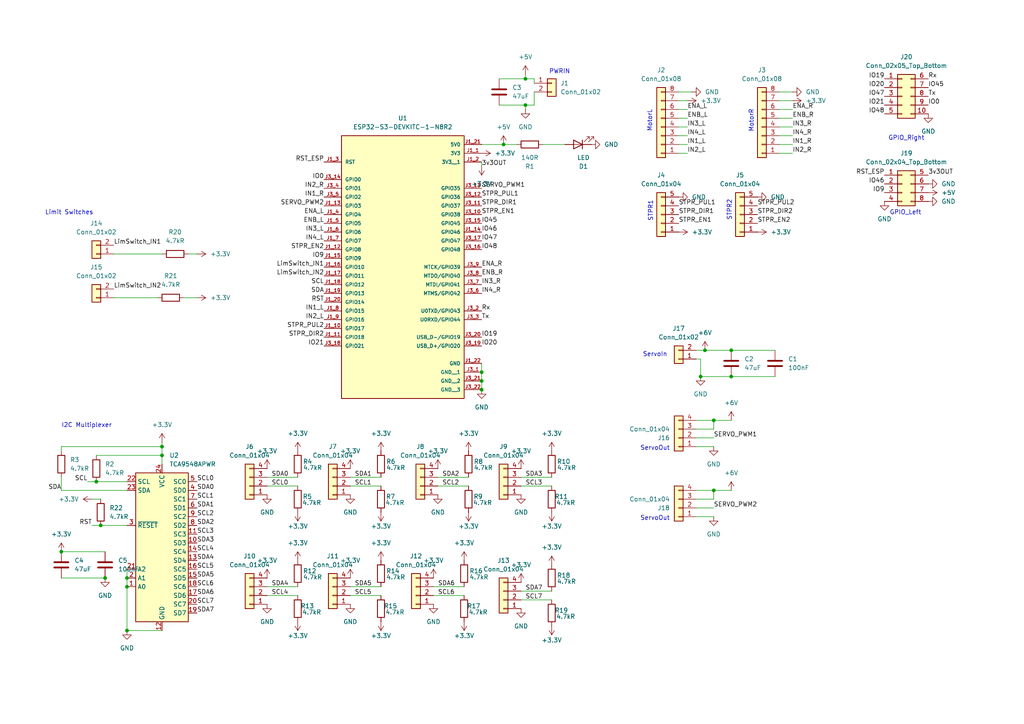
<source format=kicad_sch>
(kicad_sch (version 20250114) (generator "eeschema") (generator_version "9.0")
  (paper "A4")
  (title_block (title "Capybara Rover Controller") (date "2025-04-21") (rev "2") (company "Imperial Planetary Roboics Lab"))
  (text "I2C Multiplexer\n" (at 25.146 123.444 0) (effects (font (size 1.27 1.27))))
  (text "MotorL\n" (at 188.468 35.052 90) (effects (font (size 1.27 1.27))))
  (text "STPR1" (at 188.722 61.214 90) (effects (font (size 1.27 1.27))))
  (text "ServoOut\n" (at 189.992 130.048 0) (effects (font (size 1.27 1.27))))
  (text "PWRIN" (at 162.306 20.828 0) (effects (font (size 1.27 1.27))))
  (text "GPIO_Left" (at 262.636 61.722 0) (effects (font (size 1.27 1.27))))
  (text "GPIO_Right" (at 262.89 40.132 0) (effects (font (size 1.27 1.27))))
  (text "STPR2\n" (at 211.582 60.96 90) (effects (font (size 1.27 1.27))))
  (text "ServoOut\n" (at 189.992 150.368 0) (effects (font (size 1.27 1.27))))
  (text "Limit Switches" (at 20.066 61.722 0) (effects (font (size 1.27 1.27))))
  (text "MotorR\n" (at 217.932 35.052 90) (effects (font (size 1.27 1.27))))
  (text "ServoIn\n" (at 189.992 102.87 0) (effects (font (size 1.27 1.27))))
  (junction (at 30.48 167.64))
  (junction (at 207.01 142.24))
  (junction (at 203.2 109.22))
  (junction (at 152.4 22.86))
  (junction (at 212.09 109.22))
  (junction (at 46.99 129.54))
  (junction (at 139.7 113.03))
  (junction (at 36.83 167.64))
  (junction (at 17.78 160.02))
  (junction (at 139.7 110.49))
  (junction (at 152.4 30.48))
  (junction (at 139.7 107.95))
  (junction (at 46.99 132.08))
  (junction (at 29.21 152.4))
  (junction (at 204.47 101.6))
  (junction (at 36.83 170.18))
  (junction (at 207.01 121.92))
  (junction (at 36.83 182.88))
  (junction (at 27.94 139.7))
  (junction (at 146.05 41.91))
  (junction (at 212.09 101.6))
  (wire (pts (xy 207.01 144.78) (xy 201.93 144.78)))
  (wire (pts (xy 199.39 39.37) (xy 196.85 39.37)))
  (wire (pts (xy 199.39 41.91) (xy 196.85 41.91)))
  (wire (pts (xy 77.47 170.18) (xy 86.36 170.18)))
  (wire (pts (xy 207.01 142.24) (xy 207.01 144.78)))
  (wire (pts (xy 144.78 22.86) (xy 152.4 22.86)))
  (wire (pts (xy 46.99 134.62) (xy 46.99 132.08)))
  (wire (pts (xy 207.01 124.46) (xy 201.93 124.46)))
  (wire (pts (xy 207.01 149.86) (xy 201.93 149.86)))
  (wire (pts (xy 101.6 170.18) (xy 110.49 170.18)))
  (wire (pts (xy 203.2 109.22) (xy 203.2 104.14)))
  (wire (pts (xy 207.01 142.24) (xy 201.93 142.24)))
  (wire (pts (xy 199.39 34.29) (xy 196.85 34.29)))
  (wire (pts (xy 17.78 130.81) (xy 17.78 129.54)))
  (wire (pts (xy 29.21 152.4) (xy 36.83 152.4)))
  (wire (pts (xy 226.06 41.91) (xy 229.87 41.91)))
  (wire (pts (xy 154.94 22.86) (xy 152.4 22.86)))
  (wire (pts (xy 196.85 26.67) (xy 200.66 26.67)))
  (wire (pts (xy 203.2 109.22) (xy 212.09 109.22)))
  (wire (pts (xy 212.09 101.6) (xy 224.79 101.6)))
  (wire (pts (xy 25.4 139.7) (xy 27.94 139.7)))
  (wire (pts (xy 207.01 121.92) (xy 207.01 124.46)))
  (wire (pts (xy 101.6 138.43) (xy 110.49 138.43)))
  (wire (pts (xy 36.83 165.1) (xy 36.83 167.64)))
  (wire (pts (xy 127 140.97) (xy 135.89 140.97)))
  (wire (pts (xy 54.61 73.66) (xy 57.15 73.66)))
  (wire (pts (xy 46.99 129.54) (xy 46.99 128.27)))
  (wire (pts (xy 46.99 132.08) (xy 46.99 129.54)))
  (wire (pts (xy 226.06 29.21) (xy 229.87 29.21)))
  (wire (pts (xy 101.6 172.72) (xy 110.49 172.72)))
  (wire (pts (xy 152.4 31.75) (xy 152.4 30.48)))
  (wire (pts (xy 152.4 21.59) (xy 152.4 22.86)))
  (wire (pts (xy 45.72 86.36) (xy 33.02 86.36)))
  (wire (pts (xy 203.2 104.14) (xy 201.93 104.14)))
  (wire (pts (xy 17.78 129.54) (xy 46.99 129.54)))
  (wire (pts (xy 36.83 182.88) (xy 46.99 182.88)))
  (wire (pts (xy 101.6 140.97) (xy 110.49 140.97)))
  (wire (pts (xy 212.09 121.92) (xy 207.01 121.92)))
  (wire (pts (xy 46.99 73.66) (xy 33.02 73.66)))
  (wire (pts (xy 139.7 110.49) (xy 139.7 113.03)))
  (wire (pts (xy 151.13 138.43) (xy 160.02 138.43)))
  (wire (pts (xy 17.78 160.02) (xy 30.48 160.02)))
  (wire (pts (xy 17.78 167.64) (xy 30.48 167.64)))
  (wire (pts (xy 26.67 144.78) (xy 29.21 144.78)))
  (wire (pts (xy 77.47 172.72) (xy 86.36 172.72)))
  (wire (pts (xy 226.06 44.45) (xy 229.87 44.45)))
  (wire (pts (xy 27.94 132.08) (xy 46.99 132.08)))
  (wire (pts (xy 27.94 139.7) (xy 36.83 139.7)))
  (wire (pts (xy 226.06 31.75) (xy 229.87 31.75)))
  (wire (pts (xy 144.78 30.48) (xy 152.4 30.48)))
  (wire (pts (xy 201.93 101.6) (xy 204.47 101.6)))
  (wire (pts (xy 207.01 127) (xy 201.93 127)))
  (wire (pts (xy 125.73 172.72) (xy 134.62 172.72)))
  (wire (pts (xy 154.94 22.86) (xy 154.94 24.13)))
  (wire (pts (xy 151.13 140.97) (xy 160.02 140.97)))
  (wire (pts (xy 77.47 138.43) (xy 86.36 138.43)))
  (wire (pts (xy 154.94 30.48) (xy 154.94 26.67)))
  (wire (pts (xy 226.06 39.37) (xy 229.87 39.37)))
  (wire (pts (xy 196.85 29.21) (xy 199.39 29.21)))
  (wire (pts (xy 17.78 138.43) (xy 17.78 142.24)))
  (wire (pts (xy 139.7 48.26) (xy 139.7 46.99)))
  (wire (pts (xy 199.39 31.75) (xy 196.85 31.75)))
  (wire (pts (xy 139.7 107.95) (xy 139.7 110.49)))
  (wire (pts (xy 36.83 170.18) (xy 36.83 167.64)))
  (wire (pts (xy 139.7 105.41) (xy 139.7 107.95)))
  (wire (pts (xy 53.34 86.36) (xy 57.15 86.36)))
  (wire (pts (xy 207.01 147.32) (xy 201.93 147.32)))
  (wire (pts (xy 212.09 142.24) (xy 207.01 142.24)))
  (wire (pts (xy 127 138.43) (xy 135.89 138.43)))
  (wire (pts (xy 125.73 170.18) (xy 134.62 170.18)))
  (wire (pts (xy 199.39 36.83) (xy 196.85 36.83)))
  (wire (pts (xy 26.67 152.4) (xy 29.21 152.4)))
  (wire (pts (xy 17.78 142.24) (xy 36.83 142.24)))
  (wire (pts (xy 207.01 121.92) (xy 201.93 121.92)))
  (wire (pts (xy 149.86 41.91) (xy 146.05 41.91)))
  (wire (pts (xy 212.09 109.22) (xy 224.79 109.22)))
  (wire (pts (xy 154.94 30.48) (xy 152.4 30.48)))
  (wire (pts (xy 151.13 173.99) (xy 160.02 173.99)))
  (wire (pts (xy 207.01 129.54) (xy 201.93 129.54)))
  (wire (pts (xy 226.06 34.29) (xy 229.87 34.29)))
  (wire (pts (xy 77.47 140.97) (xy 86.36 140.97)))
  (wire (pts (xy 163.83 41.91) (xy 157.48 41.91)))
  (wire (pts (xy 204.47 101.6) (xy 212.09 101.6)))
  (wire (pts (xy 199.39 44.45) (xy 196.85 44.45)))
  (wire (pts (xy 226.06 36.83) (xy 229.87 36.83)))
  (wire (pts (xy 226.06 26.67) (xy 229.87 26.67)))
  (wire (pts (xy 151.13 171.45) (xy 160.02 171.45)))
  (wire (pts (xy 36.83 182.88) (xy 36.83 170.18)))
  (wire (pts (xy 139.7 41.91) (xy 146.05 41.91)))
  (label "SCL5" (at 57.15 165.1 0))
  (label "SDA6" (at 127 170.18 0))
  (label "3v3OUT" (at 139.7 48.26 0))
  (label "IN4_L" (at 199.39 39.37 0))
  (label "IN2_L" (at 199.39 44.45 0))
  (label "IN3_R" (at 229.87 36.83 0))
  (label "STPR_EN1" (at 139.7 62.23 0))
  (label "SDA7" (at 152.4 171.45 0))
  (label "SCL" (at 25.4 139.7 180))
  (label "IO45" (at 139.7 64.77 0))
  (label "IO19" (at 256.54 22.86 180))
  (label "SCL4" (at 57.15 160.02 0))
  (label "SDA0" (at 57.15 142.24 0))
  (label "SCL2" (at 57.15 149.86 0))
  (label "STPR_EN1" (at 196.85 64.77 0))
  (label "IO46" (at 256.54 53.34 180))
  (label "IN2_L" (at 93.98 92.71 180))
  (label "SCL2" (at 128.27 140.97 0))
  (label "ENB_L" (at 199.39 34.29 0))
  (label "IN1_R" (at 229.87 41.91 0))
  (label "RST_ESP" (at 256.54 50.8 180))
  (label "SERVO_PWM2" (at 207.01 147.32 0))
  (label "LimSwitch_IN2" (at 33.02 83.82 0))
  (label "STPR_DIR1" (at 196.85 62.23 0))
  (label "IN1_L" (at 93.98 90.17 180))
  (label "SERVO_PWM1" (at 139.7 54.61 0))
  (label "Rx" (at 269.24 22.86 0))
  (label "SDA1" (at 57.15 147.32 0))
  (label "IN1_L" (at 199.39 41.91 0))
  (label "IN2_R" (at 229.87 44.45 0))
  (label "IO45" (at 269.24 25.4 0))
  (label "SCL3" (at 152.4 140.97 0))
  (label "SCL6" (at 57.15 170.18 0))
  (label "SDA" (at 17.78 142.24 180))
  (label "STPR_EN2" (at 219.71 64.77 0))
  (label "SCL0" (at 78.74 140.97 0))
  (label "IN3_L" (at 199.39 36.83 0))
  (label "IO0" (at 93.98 52.07 180))
  (label "SCL4" (at 78.74 172.72 0))
  (label "ENA_L" (at 93.98 62.23 180))
  (label "SDA2" (at 128.27 138.43 0))
  (label "IO47" (at 256.54 27.94 180))
  (label "LimSwitch_IN1" (at 93.98 77.47 180))
  (label "SCL1" (at 57.15 144.78 0))
  (label "IO21" (at 93.98 100.33 180))
  (label "ENA_R" (at 229.87 31.75 0))
  (label "SCL5" (at 102.87 172.72 0))
  (label "ENA_L" (at 199.39 31.75 0))
  (label "SERVO_PWM2" (at 93.98 59.69 180))
  (label "RST" (at 26.67 152.4 180))
  (label "SDA3" (at 152.4 138.43 0))
  (label "ENB_R" (at 229.87 34.29 0))
  (label "ENA_R" (at 139.7 77.47 0))
  (label "IO20" (at 256.54 25.4 180))
  (label "IO48" (at 256.54 33.02 180))
  (label "SCL0" (at 57.15 139.7 0))
  (label "RST_ESP" (at 93.98 46.99 180))
  (label "IN4_R" (at 139.7 85.09 0))
  (label "SDA0" (at 78.74 138.43 0))
  (label "SERVO_PWM1" (at 207.01 127 0))
  (label "SCL3" (at 57.15 154.94 0))
  (label "STPR_PUL2" (at 93.98 95.25 180))
  (label "IN3_R" (at 139.7 82.55 0))
  (label "IO21" (at 256.54 30.48 180))
  (label "3v3OUT" (at 269.24 50.8 0))
  (label "IN4_R" (at 229.87 39.37 0))
  (label "IO20" (at 139.7 100.33 0))
  (label "STPR_DIR2" (at 219.71 62.23 0))
  (label "SCL" (at 93.98 82.55 180))
  (label "STPR_EN2" (at 93.98 72.39 180))
  (label "Tx" (at 139.7 92.71 0))
  (label "IO9" (at 256.54 55.88 180))
  (label "STPR_DIR1" (at 139.7 59.69 0))
  (label "RST" (at 93.98 87.63 180))
  (label "IO19" (at 139.7 97.79 0))
  (label "SDA5" (at 57.15 167.64 0))
  (label "LimSwitch_IN1" (at 33.02 71.12 0))
  (label "SDA3" (at 57.15 157.48 0))
  (label "IN2_R" (at 93.98 54.61 180))
  (label "IO46" (at 139.7 67.31 0))
  (label "STPR_PUL1" (at 196.85 59.69 0))
  (label "IN1_R" (at 93.98 57.15 180))
  (label "SDA" (at 93.98 85.09 180))
  (label "LimSwitch_IN2" (at 93.98 80.01 180))
  (label "SDA2" (at 57.15 152.4 0))
  (label "SDA1" (at 102.87 138.43 0))
  (label "IO0" (at 269.24 30.48 0))
  (label "ENB_R" (at 139.7 80.01 0))
  (label "SDA5" (at 102.87 170.18 0))
  (label "STPR_PUL1" (at 139.7 57.15 0))
  (label "SDA4" (at 78.74 170.18 0))
  (label "SCL6" (at 127 172.72 0))
  (label "Rx" (at 139.7 90.17 0))
  (label "IO47" (at 139.7 69.85 0))
  (label "IO9" (at 93.98 74.93 180))
  (label "STPR_PUL2" (at 219.71 59.69 0))
  (label "IN4_L" (at 93.98 69.85 180))
  (label "STPR_DIR2" (at 93.98 97.79 180))
  (label "Tx" (at 269.24 27.94 0))
  (label "SDA4" (at 57.15 162.56 0))
  (label "SDA6" (at 57.15 172.72 0))
  (label "SCL7" (at 57.15 175.26 0))
  (label "SCL7" (at 152.4 173.99 0))
  (label "SDA7" (at 57.15 177.8 0))
  (label "IN3_L" (at 93.98 67.31 180))
  (label "ENB_L" (at 93.98 64.77 180))
  (label "IO48" (at 139.7 72.39 0))
  (label "SCL1" (at 102.87 140.97 0))
  (symbol (lib_id "Connector_Generic:Conn_01x05") (at 191.77 62.23 180) (unit 1)
    (property "Reference" "J4" (at 191.77 50.8 0))
    (property "Value" "Conn_01x04" (at 191.77 53.34 0))
    (property "Footprint" "Connector_JST:JST_PH_B5B-PH-K_1x05_P2.00mm_Vertical" (effects (hide yes)))
    (property "Description" "Generic connector, single row, 01x05, script generated (kicad-library-utils/schlib/autogen/connector/)" (effects (hide yes)))
  )
  (symbol (lib_id "Connector_Generic:Conn_01x02") (at 196.85 104.14 180) (unit 1)
    (property "Reference" "J17" (at 196.85 95.25 0))
    (property "Value" "Conn_01x02" (at 196.85 97.79 0))
    (property "Footprint" "TerminalBlock_WAGO:TerminalBlock_WAGO_233-502_2x02_P2.54mm" (effects (hide yes)))
    (property "Description" "Generic connector, single row, 01x02, script generated (kicad-library-utils/schlib/autogen/connector/)" (effects (hide yes)))
  )
  (symbol (lib_id "power:GND") (at 36.83 182.88 0) (unit 1)
    (property "Reference" "#PWR023" (effects (hide yes)))
    (property "Value" "GND" (at 36.83 187.96 0))
    (property "Description" "Power symbol creates a global label with name \"GND\" , ground" (effects (hide yes)))
  )
  (symbol (lib_id "Device:C") (at 212.09 105.41 180) (unit 1)
    (property "Reference" "C2" (at 215.9 104.1399 0) (effects (justify right)))
    (property "Value" "47uF" (at 215.9 106.6799 0) (effects (justify right)))
    (property "Footprint" "Capacitor_SMD:C_1206_3216Metric" (effects (hide yes)))
    (property "Description" "Unpolarized capacitor" (effects (hide yes)))
  )
  (symbol (lib_id "power:+5V") (at 110.49 148.59 180) (unit 1)
    (property "Reference" "#PWR025" (effects (hide yes)))
    (property "Value" "+3.3V" (at 110.49 152.654 0))
    (property "Description" "Power symbol creates a global label with name \"+5V\"" (effects (hide yes)))
  )
  (symbol (lib_id "power:+5V") (at 86.36 148.59 180) (unit 1)
    (property "Reference" "#PWR015" (effects (hide yes)))
    (property "Value" "+3.3V" (at 86.36 152.654 0))
    (property "Description" "Power symbol creates a global label with name \"+5V\"" (effects (hide yes)))
  )
  (symbol (lib_id "power:+5V") (at 17.78 160.02 0) (unit 1)
    (property "Reference" "#PWR065" (effects (hide yes)))
    (property "Value" "+3.3V" (at 17.78 154.94 0))
    (property "Description" "Power symbol creates a global label with name \"+5V\"" (effects (hide yes)))
  )
  (symbol (lib_id "power:+5V") (at 134.62 180.34 180) (unit 1)
    (property "Reference" "#PWR035" (effects (hide yes)))
    (property "Value" "+3.3V" (at 134.62 184.404 0))
    (property "Description" "Power symbol creates a global label with name \"+5V\"" (effects (hide yes)))
  )
  (symbol (lib_id "Device:R") (at 160.02 144.78 180) (unit 1)
    (property "Reference" "R11" (at 162.814 144.018 0))
    (property "Value" "4.7kR" (at 164.084 145.796 0))
    (property "Footprint" "Resistor_SMD:R_0402_1005Metric" (effects (hide yes)))
    (property "Description" "Resistor" (effects (hide yes)))
  )
  (symbol (lib_id "Device:R") (at 110.49 166.37 180) (unit 1)
    (property "Reference" "R14" (at 112.014 165.608 0) (effects (justify right)))
    (property "Value" "4.7kR" (at 112.014 167.386 0) (effects (justify right)))
    (property "Footprint" "Resistor_SMD:R_0402_1005Metric" (effects (hide yes)))
    (property "Description" "Resistor" (effects (hide yes)))
  )
  (symbol (lib_id "power:+5V") (at 134.62 162.56 0) (unit 1)
    (property "Reference" "#PWR034" (effects (hide yes)))
    (property "Value" "+3.3V" (at 134.62 157.48 0))
    (property "Description" "Power symbol creates a global label with name \"+5V\"" (effects (hide yes)))
  )
  (symbol (lib_id "Device:R") (at 135.89 144.78 180) (unit 1)
    (property "Reference" "R9" (at 138.684 144.018 0))
    (property "Value" "4.7kR" (at 139.954 145.796 0))
    (property "Footprint" "Resistor_SMD:R_0402_1005Metric" (effects (hide yes)))
    (property "Description" "Resistor" (effects (hide yes)))
  )
  (symbol (lib_id "power:+5V") (at 127 135.89 0) (unit 1)
    (property "Reference" "#PWR042" (effects (hide yes)))
    (property "Value" "+3.3V" (at 127 130.81 0))
    (property "Description" "Power symbol creates a global label with name \"+5V\"" (effects (hide yes)))
  )
  (symbol (lib_id "Device:LED") (at 167.64 41.91 180) (unit 1)
    (property "Reference" "D1" (at 169.2275 48.26 0))
    (property "Value" "LED" (at 169.2275 45.72 0))
    (property "Footprint" "LED_SMD:LED_0402_1005Metric" (effects (hide yes)))
    (property "Description" "Light emitting diode" (effects (hide yes)))
    (property "Sim.Pins" "1=K 2=A" (effects (hide yes)))
  )
  (symbol (lib_id "power:GND") (at 30.48 167.64 0) (unit 1)
    (property "Reference" "#PWR064" (effects (hide yes)))
    (property "Value" "GND" (at 30.48 172.72 0))
    (property "Description" "Power symbol creates a global label with name \"GND\" , ground" (effects (hide yes)))
  )
  (symbol (lib_id "power:+5V") (at 151.13 135.89 0) (unit 1)
    (property "Reference" "#PWR044" (effects (hide yes)))
    (property "Value" "+3.3V" (at 151.13 130.81 0))
    (property "Description" "Power symbol creates a global label with name \"+5V\"" (effects (hide yes)))
  )
  (symbol (lib_id "Device:R") (at 86.36 166.37 180) (unit 1)
    (property "Reference" "R12" (at 87.884 165.608 0) (effects (justify right)))
    (property "Value" "4.7kR" (at 87.884 167.386 0) (effects (justify right)))
    (property "Footprint" "Resistor_SMD:R_0402_1005Metric" (effects (hide yes)))
    (property "Description" "Resistor" (effects (hide yes)))
  )
  (symbol (lib_id "power:GND") (at 269.24 53.34 90) (unit 1)
    (property "Reference" "#PWR06" (effects (hide yes)))
    (property "Value" "GND" (at 273.05 53.3399 90) (effects (justify right)))
    (property "Description" "Power symbol creates a global label with name \"GND\" , ground" (effects (hide yes)))
  )
  (symbol (lib_id "Connector_Generic:Conn_01x08") (at 220.98 36.83 180) (unit 1)
    (property "Reference" "J3" (at 220.98 20.32 0))
    (property "Value" "Conn_01x08" (at 220.98 22.86 0))
    (property "Footprint" "Connector_JST:JST_PH_B8B-PH-K_1x08_P2.00mm_Vertical" (effects (hide yes)))
    (property "Description" "Generic connector, single row, 01x08, script generated (kicad-library-utils/schlib/autogen/connector/)" (effects (hide yes)))
  )
  (symbol (lib_id "power:GND") (at 256.54 58.42 0) (unit 1)
    (property "Reference" "#PWR05" (effects (hide yes)))
    (property "Value" "GND" (at 256.54 63.5 0))
    (property "Description" "Power symbol creates a global label with name \"GND\" , ground" (effects (hide yes)))
  )
  (symbol (lib_id "ESP32-S3-DEVKITC-1-N8R2:ESP32-S3-DEVKITC-1-N8R2") (at 116.84 72.39 0) (unit 1)
    (property "Reference" "U1" (at 116.84 34.29 0))
    (property "Value" "ESP32-S3-DEVKITC-1-N8R2" (at 116.84 36.83 0))
    (property "Footprint" "CapyController-Footprints:XCVR_ESP32-S3-DEVKITC-1-N8R2" (effects (hide yes)))
    (property "PARTREV" "V1" (effects (hide yes)))
    (property "STANDARD" "Manufacturer Recommendations" (effects (hide yes)))
    (property "MANUFACTURER" "Espressif" (effects (hide yes)))
  )
  (symbol (lib_id "power:GND") (at 125.73 175.26 0) (unit 1)
    (property "Reference" "#PWR051" (effects (hide yes)))
    (property "Value" "GND" (at 125.73 180.34 0))
    (property "Description" "Power symbol creates a global label with name \"GND\" , ground" (effects (hide yes)))
  )
  (symbol (lib_id "power:+5V") (at 46.99 128.27 0) (unit 1)
    (property "Reference" "#PWR013" (effects (hide yes)))
    (property "Value" "+3.3V" (at 46.99 123.19 0))
    (property "Description" "Power symbol creates a global label with name \"+5V\"" (effects (hide yes)))
  )
  (symbol (lib_id "power:GND") (at 101.6 143.51 0) (unit 1)
    (property "Reference" "#PWR041" (effects (hide yes)))
    (property "Value" "GND" (at 101.6 148.59 0))
    (property "Description" "Power symbol creates a global label with name \"GND\" , ground" (effects (hide yes)))
  )
  (symbol (lib_id "Device:R") (at 134.62 176.53 180) (unit 1)
    (property "Reference" "R17" (at 137.414 175.768 0))
    (property "Value" "4.7kR" (at 138.684 177.546 0))
    (property "Footprint" "Resistor_SMD:R_0402_1005Metric" (effects (hide yes)))
    (property "Description" "Resistor" (effects (hide yes)))
  )
  (symbol (lib_id "Connector_Generic:Conn_02x05_Top_Bottom") (at 261.62 27.94 0) (unit 1)
    (property "Reference" "J20" (at 262.89 16.51 0))
    (property "Value" "Conn_02x05_Top_Bottom" (at 262.89 19.05 0))
    (property "Footprint" "Connector_PinSocket_2.54mm:PinSocket_2x05_P2.54mm_Vertical" (effects (hide yes)))
    (property "Description" "Generic connector, double row, 02x05, top/bottom pin numbering scheme (row 1: 1...pins_per_row, row2: pins_per_row+1 ... num_pins), script generated (kicad-library-utils/schlib/autogen/connector/)" (effects (hide yes)))
  )
  (symbol (lib_id "power:+5V") (at 110.49 130.81 0) (unit 1)
    (property "Reference" "#PWR024" (effects (hide yes)))
    (property "Value" "+3.3V" (at 110.49 125.73 0))
    (property "Description" "Power symbol creates a global label with name \"+5V\"" (effects (hide yes)))
  )
  (symbol (lib_id "power:GND") (at 203.2 109.22 0) (unit 1)
    (property "Reference" "#PWR056" (effects (hide yes)))
    (property "Value" "GND" (at 203.2 114.3 0))
    (property "Description" "Power symbol creates a global label with name \"GND\" , ground" (effects (hide yes)))
  )
  (symbol (lib_id "Device:R") (at 160.02 134.62 180) (unit 1)
    (property "Reference" "R10" (at 161.544 133.858 0) (effects (justify right)))
    (property "Value" "4.7kR" (at 161.544 135.636 0) (effects (justify right)))
    (property "Footprint" "Resistor_SMD:R_0402_1005Metric" (effects (hide yes)))
    (property "Description" "Resistor" (effects (hide yes)))
  )
  (symbol (lib_id "Connector_Generic:Conn_02x04_Top_Bottom") (at 261.62 53.34 0) (unit 1)
    (property "Reference" "J19" (at 262.89 44.45 0))
    (property "Value" "Conn_02x04_Top_Bottom" (at 262.89 46.99 0))
    (property "Footprint" "Connector_PinHeader_2.54mm:PinHeader_2x04_P2.54mm_Vertical" (effects (hide yes)))
    (property "Description" "Generic connector, double row, 02x04, top/bottom pin numbering scheme (row 1: 1...pins_per_row, row2: pins_per_row+1 ... num_pins), script generated (kicad-library-utils/schlib/autogen/connector/)" (effects (hide yes)))
  )
  (symbol (lib_id "power:+5V") (at 152.4 21.59 0) (unit 1)
    (property "Reference" "#PWR018" (effects (hide yes)))
    (property "Value" "+5V" (at 152.4 16.51 0))
    (property "Description" "Power symbol creates a global label with name \"+5V\"" (effects (hide yes)))
  )
  (symbol (lib_id "Connector_Generic:Conn_01x04") (at 146.05 140.97 180) (unit 1)
    (property "Reference" "J9" (at 146.05 129.54 0))
    (property "Value" "Conn_01x04" (at 146.05 132.08 0))
    (property "Footprint" "Connector_JST:JST_PH_B4B-PH-K_1x04_P2.00mm_Vertical" (effects (hide yes)))
    (property "Description" "Generic connector, single row, 01x04, script generated (kicad-library-utils/schlib/autogen/connector/)" (effects (hide yes)))
  )
  (symbol (lib_id "Connector_Generic:Conn_01x04") (at 72.39 140.97 180) (unit 1)
    (property "Reference" "J6" (at 72.39 129.54 0))
    (property "Value" "Conn_01x04" (at 72.39 132.08 0))
    (property "Footprint" "Connector_JST:JST_PH_B4B-PH-K_1x04_P2.00mm_Vertical" (effects (hide yes)))
    (property "Description" "Generic connector, single row, 01x04, script generated (kicad-library-utils/schlib/autogen/connector/)" (effects (hide yes)))
  )
  (symbol (lib_id "Connector_Generic:Conn_01x04") (at 196.85 147.32 180) (unit 1)
    (property "Reference" "J18" (at 194.31 147.3201 0) (effects (justify left)))
    (property "Value" "Conn_01x04" (at 194.31 144.7801 0) (effects (justify left)))
    (property "Footprint" "TerminalBlock_WAGO:TerminalBlock_WAGO_233-504_2x04_P2.54mm" (effects (hide yes)))
    (property "Description" "Generic connector, single row, 01x04, script generated (kicad-library-utils/schlib/autogen/connector/)" (effects (hide yes)))
  )
  (symbol (lib_id "Device:C") (at 17.78 163.83 180) (unit 1)
    (property "Reference" "C4" (at 21.59 162.5599 0) (effects (justify right)))
    (property "Value" "47uF" (at 21.59 165.0999 0) (effects (justify right)))
    (property "Footprint" "Capacitor_SMD:C_1206_3216Metric" (effects (hide yes)))
    (property "Description" "Unpolarized capacitor" (effects (hide yes)))
  )
  (symbol (lib_id "Device:C") (at 144.78 26.67 180) (unit 1)
    (property "Reference" "C3" (at 148.59 25.3999 0) (effects (justify right)))
    (property "Value" "47uF" (at 148.59 27.9399 0) (effects (justify right)))
    (property "Footprint" "Capacitor_SMD:C_1206_3216Metric" (effects (hide yes)))
    (property "Description" "Unpolarized capacitor" (effects (hide yes)))
  )
  (symbol (lib_id "power:+5V") (at 26.67 144.78 90) (unit 1)
    (property "Reference" "#PWR057" (effects (hide yes)))
    (property "Value" "+3.3V" (at 22.86 144.7799 90) (effects (justify left)))
    (property "Description" "Power symbol creates a global label with name \"+5V\"" (effects (hide yes)))
  )
  (symbol (lib_id "power:+5V") (at 110.49 180.34 180) (unit 1)
    (property "Reference" "#PWR033" (effects (hide yes)))
    (property "Value" "+3.3V" (at 110.49 184.404 0))
    (property "Description" "Power symbol creates a global label with name \"+5V\"" (effects (hide yes)))
  )
  (symbol (lib_id "Device:R") (at 110.49 134.62 180) (unit 1)
    (property "Reference" "R6" (at 112.014 133.858 0) (effects (justify right)))
    (property "Value" "4.7kR" (at 112.014 135.636 0) (effects (justify right)))
    (property "Footprint" "Resistor_SMD:R_0402_1005Metric" (effects (hide yes)))
    (property "Description" "Resistor" (effects (hide yes)))
  )
  (symbol (lib_id "power:+5V") (at 160.02 163.83 0) (unit 1)
    (property "Reference" "#PWR036" (effects (hide yes)))
    (property "Value" "+3.3V" (at 160.02 158.75 0))
    (property "Description" "Power symbol creates a global label with name \"+5V\"" (effects (hide yes)))
  )
  (symbol (lib_id "power:+6V") (at 204.47 101.6 0) (unit 1)
    (property "Reference" "#PWR01" (effects (hide yes)))
    (property "Value" "+6V" (at 204.47 96.52 0))
    (property "Description" "Power symbol creates a global label with name \"+6V\"" (effects (hide yes)))
  )
  (symbol (lib_id "power:GND") (at 127 143.51 0) (unit 1)
    (property "Reference" "#PWR043" (effects (hide yes)))
    (property "Value" "GND" (at 127 148.59 0))
    (property "Description" "Power symbol creates a global label with name \"GND\" , ground" (effects (hide yes)))
  )
  (symbol (lib_id "Connector_Generic:Conn_01x08") (at 191.77 36.83 180) (unit 1)
    (property "Reference" "J2" (at 191.77 20.32 0))
    (property "Value" "Conn_01x08" (at 191.77 22.86 0))
    (property "Footprint" "Connector_JST:JST_PH_B8B-PH-K_1x08_P2.00mm_Vertical" (effects (hide yes)))
    (property "Description" "Generic connector, single row, 01x08, script generated (kicad-library-utils/schlib/autogen/connector/)" (effects (hide yes)))
  )
  (symbol (lib_id "Connector_Generic:Conn_01x02") (at 27.94 86.36 180) (unit 1)
    (property "Reference" "J15" (at 27.94 77.47 0))
    (property "Value" "Conn_01x02" (at 27.94 80.01 0))
    (property "Footprint" "TerminalBlock_WAGO:TerminalBlock_WAGO_233-502_2x02_P2.54mm" (effects (hide yes)))
    (property "Description" "Generic connector, single row, 01x02, script generated (kicad-library-utils/schlib/autogen/connector/)" (effects (hide yes)))
  )
  (symbol (lib_id "power:+5V") (at 57.15 86.36 270) (unit 1)
    (property "Reference" "#PWR055" (effects (hide yes)))
    (property "Value" "+3.3V" (at 60.96 86.3599 90) (effects (justify left)))
    (property "Description" "Power symbol creates a global label with name \"+5V\"" (effects (hide yes)))
  )
  (symbol (lib_id "Device:R") (at 110.49 144.78 180) (unit 1)
    (property "Reference" "R7" (at 113.284 144.018 0))
    (property "Value" "4.7kR" (at 114.554 145.796 0))
    (property "Footprint" "Resistor_SMD:R_0402_1005Metric" (effects (hide yes)))
    (property "Description" "Resistor" (effects (hide yes)))
  )
  (symbol (lib_id "power:GND") (at 151.13 176.53 0) (unit 1)
    (property "Reference" "#PWR053" (effects (hide yes)))
    (property "Value" "GND" (at 151.13 181.61 0))
    (property "Description" "Power symbol creates a global label with name \"GND\" , ground" (effects (hide yes)))
  )
  (symbol (lib_id "Device:R") (at 160.02 177.8 180) (unit 1)
    (property "Reference" "R19" (at 162.814 177.038 0))
    (property "Value" "4.7kR" (at 164.084 178.816 0))
    (property "Footprint" "Resistor_SMD:R_0402_1005Metric" (effects (hide yes)))
    (property "Description" "Resistor" (effects (hide yes)))
  )
  (symbol (lib_id "power:+5V") (at 125.73 167.64 0) (unit 1)
    (property "Reference" "#PWR050" (effects (hide yes)))
    (property "Value" "+3.3V" (at 125.73 162.56 0))
    (property "Description" "Power symbol creates a global label with name \"+5V\"" (effects (hide yes)))
  )
  (symbol (lib_id "Device:R") (at 86.36 134.62 180) (unit 1)
    (property "Reference" "R4" (at 87.884 133.858 0) (effects (justify right)))
    (property "Value" "4.7kR" (at 87.884 135.636 0) (effects (justify right)))
    (property "Footprint" "Resistor_SMD:R_0402_1005Metric" (effects (hide yes)))
    (property "Description" "Resistor" (effects (hide yes)))
  )
  (symbol (lib_id "power:GND") (at 101.6 175.26 0) (unit 1)
    (property "Reference" "#PWR049" (effects (hide yes)))
    (property "Value" "GND" (at 101.6 180.34 0))
    (property "Description" "Power symbol creates a global label with name \"GND\" , ground" (effects (hide yes)))
  )
  (symbol (lib_id "Device:R") (at 160.02 167.64 180) (unit 1)
    (property "Reference" "R18" (at 161.544 166.878 0) (effects (justify right)))
    (property "Value" "4.7kR" (at 161.544 168.656 0) (effects (justify right)))
    (property "Footprint" "Resistor_SMD:R_0402_1005Metric" (effects (hide yes)))
    (property "Description" "Resistor" (effects (hide yes)))
  )
  (symbol (lib_id "Device:R") (at 153.67 41.91 270) (unit 1)
    (property "Reference" "R1" (at 153.67 48.26 90))
    (property "Value" "140R" (at 153.67 45.72 90))
    (property "Footprint" "Resistor_SMD:R_0402_1005Metric" (effects (hide yes)))
    (property "Description" "Resistor" (effects (hide yes)))
  )
  (symbol (lib_id "power:GND") (at 139.7 113.03 0) (unit 1)
    (property "Reference" "#PWR016" (effects (hide yes)))
    (property "Value" "GND" (at 139.7 118.11 0))
    (property "Description" "Power symbol creates a global label with name \"GND\" , ground" (effects (hide yes)))
  )
  (symbol (lib_id "power:+5V") (at 77.47 135.89 0) (unit 1)
    (property "Reference" "#PWR038" (effects (hide yes)))
    (property "Value" "+3.3V" (at 77.47 130.81 0))
    (property "Description" "Power symbol creates a global label with name \"+5V\"" (effects (hide yes)))
  )
  (symbol (lib_id "Device:R") (at 17.78 134.62 0) (unit 1)
    (property "Reference" "R3" (at 20.32 133.3499 0) (effects (justify left)))
    (property "Value" "4.7kR" (at 20.32 135.8899 0) (effects (justify left)))
    (property "Footprint" "Resistor_SMD:R_0402_1005Metric" (effects (hide yes)))
    (property "Description" "Resistor" (effects (hide yes)))
  )
  (symbol (lib_id "Device:R") (at 86.36 176.53 180) (unit 1)
    (property "Reference" "R13" (at 89.154 175.768 0))
    (property "Value" "4.7kR" (at 90.424 177.546 0))
    (property "Footprint" "Resistor_SMD:R_0402_1005Metric" (effects (hide yes)))
    (property "Description" "Resistor" (effects (hide yes)))
  )
  (symbol (lib_id "power:+5V") (at 160.02 148.59 180) (unit 1)
    (property "Reference" "#PWR029" (effects (hide yes)))
    (property "Value" "+3.3V" (at 160.02 152.654 0))
    (property "Description" "Power symbol creates a global label with name \"+5V\"" (effects (hide yes)))
  )
  (symbol (lib_id "Connector_Generic:Conn_01x05") (at 214.63 62.23 180) (unit 1)
    (property "Reference" "J5" (at 214.63 50.8 0))
    (property "Value" "Conn_01x04" (at 214.63 53.34 0))
    (property "Footprint" "Connector_JST:JST_PH_B5B-PH-K_1x05_P2.00mm_Vertical" (effects (hide yes)))
    (property "Description" "Generic connector, single row, 01x05, script generated (kicad-library-utils/schlib/autogen/connector/)" (effects (hide yes)))
  )
  (symbol (lib_id "power:GND") (at 151.13 143.51 0) (unit 1)
    (property "Reference" "#PWR045" (effects (hide yes)))
    (property "Value" "GND" (at 151.13 148.59 0))
    (property "Description" "Power symbol creates a global label with name \"GND\" , ground" (effects (hide yes)))
  )
  (symbol (lib_id "Device:R") (at 110.49 176.53 180) (unit 1)
    (property "Reference" "R15" (at 113.284 175.768 0))
    (property "Value" "4.7kR" (at 114.554 177.546 0))
    (property "Footprint" "Resistor_SMD:R_0402_1005Metric" (effects (hide yes)))
    (property "Description" "Resistor" (effects (hide yes)))
  )
  (symbol (lib_id "Device:C") (at 30.48 163.83 180) (unit 1)
    (property "Reference" "C5" (at 34.29 162.5599 0) (effects (justify right)))
    (property "Value" "100nF" (at 34.29 165.0999 0) (effects (justify right)))
    (property "Footprint" "Capacitor_SMD:C_1206_3216Metric" (effects (hide yes)))
    (property "Description" "Unpolarized capacitor" (effects (hide yes)))
  )
  (symbol (lib_id "power:+5V") (at 101.6 135.89 0) (unit 1)
    (property "Reference" "#PWR040" (effects (hide yes)))
    (property "Value" "+3.3V" (at 101.6 130.81 0))
    (property "Description" "Power symbol creates a global label with name \"+5V\"" (effects (hide yes)))
  )
  (symbol (lib_id "power:+5V") (at 77.47 167.64 0) (unit 1)
    (property "Reference" "#PWR046" (effects (hide yes)))
    (property "Value" "+3.3V" (at 77.47 162.56 0))
    (property "Description" "Power symbol creates a global label with name \"+5V\"" (effects (hide yes)))
  )
  (symbol (lib_id "power:+5V") (at 160.02 181.61 180) (unit 1)
    (property "Reference" "#PWR037" (effects (hide yes)))
    (property "Value" "+3.3V" (at 160.02 185.674 0))
    (property "Description" "Power symbol creates a global label with name \"+5V\"" (effects (hide yes)))
  )
  (symbol (lib_id "power:+5V") (at 101.6 167.64 0) (unit 1)
    (property "Reference" "#PWR048" (effects (hide yes)))
    (property "Value" "+3.3V" (at 101.6 162.56 0))
    (property "Description" "Power symbol creates a global label with name \"+5V\"" (effects (hide yes)))
  )
  (symbol (lib_id "power:+5V") (at 57.15 73.66 270) (unit 1)
    (property "Reference" "#PWR054" (effects (hide yes)))
    (property "Value" "+3.3V" (at 60.96 73.6599 90) (effects (justify left)))
    (property "Description" "Power symbol creates a global label with name \"+5V\"" (effects (hide yes)))
  )
  (symbol (lib_id "power:+5V") (at 160.02 130.81 0) (unit 1)
    (property "Reference" "#PWR028" (effects (hide yes)))
    (property "Value" "+3.3V" (at 160.02 125.73 0))
    (property "Description" "Power symbol creates a global label with name \"+5V\"" (effects (hide yes)))
  )
  (symbol (lib_id "power:GND") (at 207.01 129.54 0) (unit 1)
    (property "Reference" "#PWR07" (effects (hide yes)))
    (property "Value" "GND" (at 207.01 134.62 0))
    (property "Description" "Power symbol creates a global label with name \"GND\" , ground" (effects (hide yes)))
  )
  (symbol (lib_id "power:+5V") (at 135.89 130.81 0) (unit 1)
    (property "Reference" "#PWR026" (effects (hide yes)))
    (property "Value" "+3.3V" (at 135.89 125.73 0))
    (property "Description" "Power symbol creates a global label with name \"+5V\"" (effects (hide yes)))
  )
  (symbol (lib_id "power:+5V") (at 139.7 48.26 180) (unit 1)
    (property "Reference" "#PWR060" (effects (hide yes)))
    (property "Value" "+3.3V" (at 139.7 53.34 0))
    (property "Description" "Power symbol creates a global label with name \"+5V\"" (effects (hide yes)))
  )
  (symbol (lib_id "power:GND") (at 207.01 149.86 0) (unit 1)
    (property "Reference" "#PWR08" (effects (hide yes)))
    (property "Value" "GND" (at 207.01 154.94 0))
    (property "Description" "Power symbol creates a global label with name \"GND\" , ground" (effects (hide yes)))
  )
  (symbol (lib_id "Device:R") (at 27.94 135.89 0) (unit 1)
    (property "Reference" "R2" (at 30.48 134.6199 0) (effects (justify left)))
    (property "Value" "4.7kR" (at 30.48 137.1599 0) (effects (justify left)))
    (property "Footprint" "Resistor_SMD:R_0402_1005Metric" (effects (hide yes)))
    (property "Description" "Resistor" (effects (hide yes)))
  )
  (symbol (lib_id "Connector_Generic:Conn_01x02") (at 160.02 24.13 0) (unit 1)
    (property "Reference" "J1" (at 162.56 24.1299 0) (effects (justify left)))
    (property "Value" "Conn_01x02" (at 162.56 26.6699 0) (effects (justify left)))
    (property "Footprint" "TerminalBlock_WAGO:TerminalBlock_WAGO_233-502_2x02_P2.54mm" (effects (hide yes)))
    (property "Description" "Generic connector, single row, 01x02, script generated (kicad-library-utils/schlib/autogen/connector/)" (effects (hide yes)))
  )
  (symbol (lib_id "power:GND") (at 229.87 26.67 90) (unit 1)
    (property "Reference" "#PWR04" (effects (hide yes)))
    (property "Value" "GND" (at 233.68 26.6699 90) (effects (justify right)))
    (property "Description" "Power symbol creates a global label with name \"GND\" , ground" (effects (hide yes)))
  )
  (symbol (lib_id "Connector_Generic:Conn_01x04") (at 196.85 127 180) (unit 1)
    (property "Reference" "J16" (at 194.31 127.0001 0) (effects (justify left)))
    (property "Value" "Conn_01x04" (at 194.31 124.4601 0) (effects (justify left)))
    (property "Footprint" "TerminalBlock_WAGO:TerminalBlock_WAGO_233-504_2x04_P2.54mm" (effects (hide yes)))
    (property "Description" "Generic connector, single row, 01x04, script generated (kicad-library-utils/schlib/autogen/connector/)" (effects (hide yes)))
  )
  (symbol (lib_id "power:+5V") (at 199.39 29.21 270) (unit 1)
    (property "Reference" "#PWR011" (effects (hide yes)))
    (property "Value" "+3.3V" (at 203.2 29.2099 90) (effects (justify left)))
    (property "Description" "Power symbol creates a global label with name \"+5V\"" (effects (hide yes)))
  )
  (symbol (lib_id "Device:R") (at 134.62 166.37 180) (unit 1)
    (property "Reference" "R16" (at 136.144 165.608 0) (effects (justify right)))
    (property "Value" "4.7kR" (at 136.144 167.386 0) (effects (justify right)))
    (property "Footprint" "Resistor_SMD:R_0402_1005Metric" (effects (hide yes)))
    (property "Description" "Resistor" (effects (hide yes)))
  )
  (symbol (lib_id "Connector_Generic:Conn_01x04") (at 121.92 140.97 180) (unit 1)
    (property "Reference" "J8" (at 121.92 129.54 0))
    (property "Value" "Conn_01x04" (at 121.92 132.08 0))
    (property "Footprint" "Connector_JST:JST_PH_B4B-PH-K_1x04_P2.00mm_Vertical" (effects (hide yes)))
    (property "Description" "Generic connector, single row, 01x04, script generated (kicad-library-utils/schlib/autogen/connector/)" (effects (hide yes)))
  )
  (symbol (lib_id "Connector_Generic:Conn_01x04") (at 96.52 172.72 180) (unit 1)
    (property "Reference" "J11" (at 96.52 161.29 0))
    (property "Value" "Conn_01x04" (at 96.52 163.83 0))
    (property "Footprint" "Connector_JST:JST_PH_B4B-PH-K_1x04_P2.00mm_Vertical" (effects (hide yes)))
    (property "Description" "Generic connector, single row, 01x04, script generated (kicad-library-utils/schlib/autogen/connector/)" (effects (hide yes)))
  )
  (symbol (lib_id "power:GND") (at 269.24 33.02 0) (unit 1)
    (property "Reference" "#PWR061" (effects (hide yes)))
    (property "Value" "GND" (at 269.24 38.1 0))
    (property "Description" "Power symbol creates a global label with name \"GND\" , ground" (effects (hide yes)))
  )
  (symbol (lib_id "power:+5V") (at 196.85 67.31 270) (unit 1)
    (property "Reference" "#PWR021" (effects (hide yes)))
    (property "Value" "+3.3V" (at 200.66 67.3099 90) (effects (justify left)))
    (property "Description" "Power symbol creates a global label with name \"+5V\"" (effects (hide yes)))
  )
  (symbol (lib_id "power:GND") (at 77.47 175.26 0) (unit 1)
    (property "Reference" "#PWR047" (effects (hide yes)))
    (property "Value" "GND" (at 77.47 180.34 0))
    (property "Description" "Power symbol creates a global label with name \"GND\" , ground" (effects (hide yes)))
  )
  (symbol (lib_id "Device:R") (at 86.36 144.78 180) (unit 1)
    (property "Reference" "R5" (at 89.154 144.018 0))
    (property "Value" "4.7kR" (at 90.424 145.796 0))
    (property "Footprint" "Resistor_SMD:R_0402_1005Metric" (effects (hide yes)))
    (property "Description" "Resistor" (effects (hide yes)))
  )
  (symbol (lib_id "power:+5V") (at 139.7 44.45 270) (unit 1)
    (property "Reference" "#PWR020" (effects (hide yes)))
    (property "Value" "+3.3V" (at 143.51 44.4499 90) (effects (justify left)))
    (property "Description" "Power symbol creates a global label with name \"+5V\"" (effects (hide yes)))
  )
  (symbol (lib_id "power:+5V") (at 229.87 29.21 270) (unit 1)
    (property "Reference" "#PWR010" (effects (hide yes)))
    (property "Value" "+3.3V" (at 233.68 29.2099 90) (effects (justify left)))
    (property "Description" "Power symbol creates a global label with name \"+5V\"" (effects (hide yes)))
  )
  (symbol (lib_id "Connector_Generic:Conn_01x02") (at 27.94 73.66 180) (unit 1)
    (property "Reference" "J14" (at 27.94 64.77 0))
    (property "Value" "Conn_01x02" (at 27.94 67.31 0))
    (property "Footprint" "TerminalBlock_WAGO:TerminalBlock_WAGO_233-502_2x02_P2.54mm" (effects (hide yes)))
    (property "Description" "Generic connector, single row, 01x02, script generated (kicad-library-utils/schlib/autogen/connector/)" (effects (hide yes)))
  )
  (symbol (lib_id "power:+5V") (at 86.36 180.34 180) (unit 1)
    (property "Reference" "#PWR031" (effects (hide yes)))
    (property "Value" "+3.3V" (at 86.36 184.404 0))
    (property "Description" "Power symbol creates a global label with name \"+5V\"" (effects (hide yes)))
  )
  (symbol (lib_id "power:+5V") (at 86.36 162.56 0) (unit 1)
    (property "Reference" "#PWR030" (effects (hide yes)))
    (property "Value" "+3.3V" (at 86.36 157.48 0))
    (property "Description" "Power symbol creates a global label with name \"+5V\"" (effects (hide yes)))
  )
  (symbol (lib_id "Device:R") (at 135.89 134.62 180) (unit 1)
    (property "Reference" "R8" (at 137.414 133.858 0) (effects (justify right)))
    (property "Value" "4.7kR" (at 137.414 135.636 0) (effects (justify right)))
    (property "Footprint" "Resistor_SMD:R_0402_1005Metric" (effects (hide yes)))
    (property "Description" "Resistor" (effects (hide yes)))
  )
  (symbol (lib_id "Device:R") (at 29.21 148.59 0) (unit 1)
    (property "Reference" "R22" (at 31.75 147.3199 0) (effects (justify left)))
    (property "Value" "4.7kR" (at 31.75 149.8599 0) (effects (justify left)))
    (property "Footprint" "Resistor_SMD:R_0402_1005Metric" (effects (hide yes)))
    (property "Description" "Resistor" (effects (hide yes)))
  )
  (symbol (lib_id "power:+6V") (at 212.09 142.24 0) (unit 1)
    (property "Reference" "#PWR03" (effects (hide yes)))
    (property "Value" "+6V" (at 212.09 137.16 0))
    (property "Description" "Power symbol creates a global label with name \"+6V\"" (effects (hide yes)))
  )
  (symbol (lib_id "power:GND") (at 77.47 143.51 0) (unit 1)
    (property "Reference" "#PWR039" (effects (hide yes)))
    (property "Value" "GND" (at 77.47 148.59 0))
    (property "Description" "Power symbol creates a global label with name \"GND\" , ground" (effects (hide yes)))
  )
  (symbol (lib_id "power:+5V") (at 86.36 130.81 0) (unit 1)
    (property "Reference" "#PWR014" (effects (hide yes)))
    (property "Value" "+3.3V" (at 86.36 125.73 0))
    (property "Description" "Power symbol creates a global label with name \"+5V\"" (effects (hide yes)))
  )
  (symbol (lib_id "power:GND") (at 219.71 57.15 90) (unit 1)
    (property "Reference" "#PWR063" (effects (hide yes)))
    (property "Value" "GND" (at 223.52 57.1499 90) (effects (justify right)))
    (property "Description" "Power symbol creates a global label with name \"GND\" , ground" (effects (hide yes)))
  )
  (symbol (lib_id "power:GND") (at 171.45 41.91 90) (unit 1)
    (property "Reference" "#PWR017" (effects (hide yes)))
    (property "Value" "GND" (at 175.26 41.9101 90) (effects (justify right)))
    (property "Description" "Power symbol creates a global label with name \"GND\" , ground" (effects (hide yes)))
  )
  (symbol (lib_id "power:+5V") (at 135.89 148.59 180) (unit 1)
    (property "Reference" "#PWR027" (effects (hide yes)))
    (property "Value" "+3.3V" (at 135.89 152.654 0))
    (property "Description" "Power symbol creates a global label with name \"+5V\"" (effects (hide yes)))
  )
  (symbol (lib_id "power:+5V") (at 219.71 67.31 270) (unit 1)
    (property "Reference" "#PWR022" (effects (hide yes)))
    (property "Value" "+3.3V" (at 223.52 67.3099 90) (effects (justify left)))
    (property "Description" "Power symbol creates a global label with name \"+5V\"" (effects (hide yes)))
  )
  (symbol (lib_id "power:+5V") (at 146.05 41.91 0) (unit 1)
    (property "Reference" "#PWR09" (effects (hide yes)))
    (property "Value" "+5V" (at 146.05 36.83 0))
    (property "Description" "Power symbol creates a global label with name \"+5V\"" (effects (hide yes)))
  )
  (symbol (lib_id "power:GND") (at 152.4 31.75 0) (unit 1)
    (property "Reference" "#PWR019" (effects (hide yes)))
    (property "Value" "GND" (at 152.4 36.83 0))
    (property "Description" "Power symbol creates a global label with name \"GND\" , ground" (effects (hide yes)))
  )
  (symbol (lib_id "Connector_Generic:Conn_01x04") (at 146.05 173.99 180) (unit 1)
    (property "Reference" "J13" (at 146.05 162.56 0))
    (property "Value" "Conn_01x04" (at 146.05 165.1 0))
    (property "Footprint" "Connector_JST:JST_PH_B4B-PH-K_1x04_P2.00mm_Vertical" (effects (hide yes)))
    (property "Description" "Generic connector, single row, 01x04, script generated (kicad-library-utils/schlib/autogen/connector/)" (effects (hide yes)))
  )
  (symbol (lib_id "power:+5V") (at 269.24 55.88 270) (unit 1)
    (property "Reference" "#PWR059" (effects (hide yes)))
    (property "Value" "+5V" (at 273.05 55.8799 90) (effects (justify left)))
    (property "Description" "Power symbol creates a global label with name \"+5V\"" (effects (hide yes)))
  )
  (symbol (lib_id "Interface_Expansion:TCA9548APWR") (at 46.99 157.48 0) (unit 1)
    (property "Reference" "U2" (at 49.1333 132.08 0) (effects (justify left)))
    (property "Value" "TCA9548APWR" (at 49.1333 134.62 0) (effects (justify left)))
    (property "Footprint" "Package_SO:TSSOP-24_4.4x7.8mm_P0.65mm" (effects (hide yes)))
    (property "Datasheet" "http://www.ti.com/lit/ds/symlink/tca9548a.pdf" (effects (hide yes)))
    (property "Description" "Low voltage 8-channel I2C switch with reset, TSSOP-24" (effects (hide yes)))
  )
  (symbol (lib_id "power:GND") (at 196.85 57.15 90) (unit 1)
    (property "Reference" "#PWR062" (effects (hide yes)))
    (property "Value" "GND" (at 200.66 57.1499 90) (effects (justify right)))
    (property "Description" "Power symbol creates a global label with name \"GND\" , ground" (effects (hide yes)))
  )
  (symbol (lib_id "power:+5V") (at 110.49 162.56 0) (unit 1)
    (property "Reference" "#PWR032" (effects (hide yes)))
    (property "Value" "+3.3V" (at 110.49 157.48 0))
    (property "Description" "Power symbol creates a global label with name \"+5V\"" (effects (hide yes)))
  )
  (symbol (lib_id "Device:R") (at 49.53 86.36 90) (unit 1)
    (property "Reference" "R21" (at 49.53 80.01 90))
    (property "Value" "4.7kR" (at 49.53 82.55 90))
    (property "Footprint" "Resistor_SMD:R_0402_1005Metric" (effects (hide yes)))
    (property "Description" "Resistor" (effects (hide yes)))
  )
  (symbol (lib_id "Connector_Generic:Conn_01x04") (at 120.65 172.72 180) (unit 1)
    (property "Reference" "J12" (at 120.65 161.29 0))
    (property "Value" "Conn_01x04" (at 120.65 163.83 0))
    (property "Footprint" "Connector_JST:JST_PH_B4B-PH-K_1x04_P2.00mm_Vertical" (effects (hide yes)))
    (property "Description" "Generic connector, single row, 01x04, script generated (kicad-library-utils/schlib/autogen/connector/)" (effects (hide yes)))
  )
  (symbol (lib_id "power:+6V") (at 212.09 121.92 0) (unit 1)
    (property "Reference" "#PWR02" (effects (hide yes)))
    (property "Value" "+6V" (at 212.09 116.84 0))
    (property "Description" "Power symbol creates a global label with name \"+6V\"" (effects (hide yes)))
  )
  (symbol (lib_id "power:GND") (at 269.24 58.42 90) (unit 1)
    (property "Reference" "#PWR058" (effects (hide yes)))
    (property "Value" "GND" (at 273.05 58.4199 90) (effects (justify right)))
    (property "Description" "Power symbol creates a global label with name \"GND\" , ground" (effects (hide yes)))
  )
  (symbol (lib_id "Connector_Generic:Conn_01x04") (at 72.39 172.72 180) (unit 1)
    (property "Reference" "J10" (at 72.39 161.29 0))
    (property "Value" "Conn_01x04" (at 72.39 163.83 0))
    (property "Footprint" "Connector_JST:JST_PH_B4B-PH-K_1x04_P2.00mm_Vertical" (effects (hide yes)))
    (property "Description" "Generic connector, single row, 01x04, script generated (kicad-library-utils/schlib/autogen/connector/)" (effects (hide yes)))
  )
  (symbol (lib_id "Device:R") (at 50.8 73.66 90) (unit 1)
    (property "Reference" "R20" (at 50.8 67.31 90))
    (property "Value" "4.7kR" (at 50.8 69.85 90))
    (property "Footprint" "Resistor_SMD:R_0402_1005Metric" (effects (hide yes)))
    (property "Description" "Resistor" (effects (hide yes)))
  )
  (symbol (lib_id "Device:C") (at 224.79 105.41 180) (unit 1)
    (property "Reference" "C1" (at 228.6 104.1399 0) (effects (justify right)))
    (property "Value" "100nF" (at 228.6 106.6799 0) (effects (justify right)))
    (property "Footprint" "Capacitor_SMD:C_1206_3216Metric" (effects (hide yes)))
    (property "Description" "Unpolarized capacitor" (effects (hide yes)))
  )
  (symbol (lib_id "power:+5V") (at 151.13 168.91 0) (unit 1)
    (property "Reference" "#PWR052" (effects (hide yes)))
    (property "Value" "+3.3V" (at 151.13 163.83 0))
    (property "Description" "Power symbol creates a global label with name \"+5V\"" (effects (hide yes)))
  )
  (symbol (lib_id "power:GND") (at 200.66 26.67 90) (unit 1)
    (property "Reference" "#PWR012" (effects (hide yes)))
    (property "Value" "GND" (at 204.47 26.6699 90) (effects (justify right)))
    (property "Description" "Power symbol creates a global label with name \"GND\" , ground" (effects (hide yes)))
  )
  (symbol (lib_id "Connector_Generic:Conn_01x04") (at 96.52 140.97 180) (unit 1)
    (property "Reference" "J7" (at 96.52 129.54 0))
    (property "Value" "Conn_01x04" (at 96.52 132.08 0))
    (property "Footprint" "Connector_JST:JST_PH_B4B-PH-K_1x04_P2.00mm_Vertical" (effects (hide yes)))
    (property "Description" "Generic connector, single row, 01x04, script generated (kicad-library-utils/schlib/autogen/connector/)" (effects (hide yes)))
  )
)
</source>
